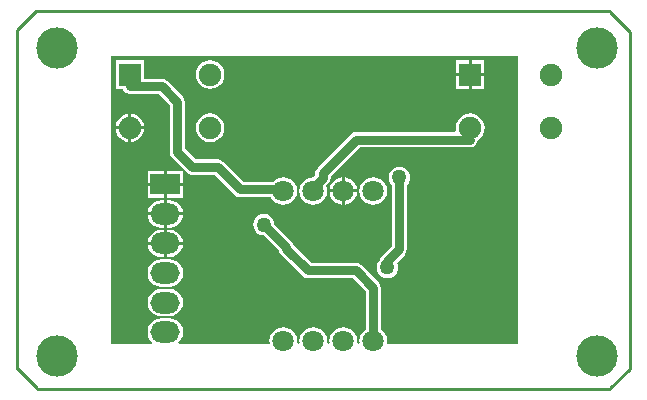
<source format=gbl>
G04*
G04 #@! TF.GenerationSoftware,Altium Limited,Altium Designer,20.0.10 (225)*
G04*
G04 Layer_Physical_Order=2*
G04 Layer_Color=16711680*
%FSLAX24Y24*%
%MOIN*%
G70*
G01*
G75*
%ADD11C,0.0100*%
%ADD27C,0.0300*%
%ADD28C,0.1378*%
%ADD29O,0.0984X0.0709*%
%ADD30R,0.0984X0.0709*%
%ADD31C,0.0709*%
%ADD32R,0.0748X0.0748*%
%ADD33C,0.0748*%
%ADD34C,0.0500*%
G36*
X35750Y11350D02*
X31411D01*
X31378Y11388D01*
X31386Y11450D01*
X31370Y11569D01*
X31324Y11679D01*
X31252Y11774D01*
X31182Y11827D01*
Y13222D01*
X31163Y13320D01*
X31108Y13403D01*
X30530Y13980D01*
X30448Y14036D01*
X30350Y14055D01*
X28856D01*
X28276Y14634D01*
X28269Y14671D01*
X28214Y14754D01*
X27630Y15337D01*
X27620Y15420D01*
X27584Y15505D01*
X27528Y15578D01*
X27455Y15634D01*
X27370Y15670D01*
X27279Y15682D01*
X27187Y15670D01*
X27102Y15634D01*
X27029Y15578D01*
X26973Y15505D01*
X26938Y15420D01*
X26926Y15329D01*
X26938Y15237D01*
X26973Y15152D01*
X27029Y15079D01*
X27102Y15023D01*
X27187Y14988D01*
X27270Y14977D01*
X27791Y14456D01*
X27798Y14419D01*
X27853Y14336D01*
X28570Y13620D01*
X28652Y13564D01*
X28750Y13545D01*
X30244D01*
X30673Y13117D01*
Y11827D01*
X30604Y11774D01*
X30531Y11679D01*
X30485Y11569D01*
X30469Y11450D01*
X30475Y11404D01*
X30439Y11362D01*
X30416D01*
X30380Y11404D01*
X30386Y11450D01*
X30370Y11569D01*
X30324Y11679D01*
X30252Y11774D01*
X30157Y11847D01*
X30046Y11893D01*
X29928Y11908D01*
X29809Y11893D01*
X29698Y11847D01*
X29604Y11774D01*
X29531Y11679D01*
X29485Y11569D01*
X29469Y11450D01*
X29475Y11404D01*
X29439Y11362D01*
X29416D01*
X29380Y11404D01*
X29386Y11450D01*
X29370Y11569D01*
X29324Y11679D01*
X29252Y11774D01*
X29157Y11847D01*
X29046Y11893D01*
X28928Y11908D01*
X28809Y11893D01*
X28698Y11847D01*
X28604Y11774D01*
X28531Y11679D01*
X28485Y11569D01*
X28469Y11450D01*
X28475Y11404D01*
X28439Y11362D01*
X28416D01*
X28380Y11404D01*
X28386Y11450D01*
X28370Y11569D01*
X28324Y11679D01*
X28252Y11774D01*
X28157Y11847D01*
X28046Y11893D01*
X27928Y11908D01*
X27809Y11893D01*
X27698Y11847D01*
X27604Y11774D01*
X27531Y11679D01*
X27485Y11569D01*
X27469Y11450D01*
X27478Y11388D01*
X27445Y11350D01*
X24449D01*
X24432Y11400D01*
X24462Y11423D01*
X24535Y11518D01*
X24580Y11629D01*
X24596Y11747D01*
X24580Y11866D01*
X24535Y11976D01*
X24462Y12071D01*
X24367Y12144D01*
X24256Y12190D01*
X24138Y12205D01*
X23862D01*
X23744Y12190D01*
X23633Y12144D01*
X23538Y12071D01*
X23465Y11976D01*
X23420Y11866D01*
X23404Y11747D01*
X23420Y11629D01*
X23465Y11518D01*
X23538Y11423D01*
X23568Y11400D01*
X23551Y11350D01*
X22200D01*
X22200Y20950D01*
X35750D01*
X35750Y11350D01*
D02*
G37*
%LPC*%
G36*
X34635Y20804D02*
X34211D01*
Y20380D01*
X34635D01*
Y20804D01*
D02*
G37*
G36*
X34111D02*
X33687D01*
Y20380D01*
X34111D01*
Y20804D01*
D02*
G37*
G36*
X34635Y20280D02*
X34211D01*
Y19856D01*
X34635D01*
Y20280D01*
D02*
G37*
G36*
X34111D02*
X33687D01*
Y19856D01*
X34111D01*
Y20280D01*
D02*
G37*
G36*
X25489Y20808D02*
X25365Y20791D01*
X25250Y20744D01*
X25151Y20668D01*
X25075Y20569D01*
X25027Y20453D01*
X25010Y20330D01*
X25027Y20206D01*
X25075Y20090D01*
X25151Y19991D01*
X25250Y19915D01*
X25365Y19868D01*
X25489Y19851D01*
X25612Y19868D01*
X25728Y19915D01*
X25827Y19991D01*
X25903Y20090D01*
X25950Y20206D01*
X25967Y20330D01*
X25950Y20453D01*
X25903Y20569D01*
X25827Y20668D01*
X25728Y20744D01*
X25612Y20791D01*
X25489Y20808D01*
D02*
G37*
G36*
X22861Y19029D02*
Y18608D01*
X23283D01*
X23273Y18682D01*
X23225Y18797D01*
X23149Y18896D01*
X23050Y18972D01*
X22935Y19020D01*
X22861Y19029D01*
D02*
G37*
G36*
X22761D02*
X22688Y19020D01*
X22572Y18972D01*
X22473Y18896D01*
X22397Y18797D01*
X22350Y18682D01*
X22340Y18608D01*
X22761D01*
Y19029D01*
D02*
G37*
G36*
X23283Y18508D02*
X22861D01*
Y18086D01*
X22935Y18096D01*
X23050Y18144D01*
X23149Y18220D01*
X23225Y18319D01*
X23273Y18434D01*
X23283Y18508D01*
D02*
G37*
G36*
X22761D02*
X22340D01*
X22350Y18434D01*
X22397Y18319D01*
X22473Y18220D01*
X22572Y18144D01*
X22688Y18096D01*
X22761Y18086D01*
Y18508D01*
D02*
G37*
G36*
X25489Y19036D02*
X25365Y19020D01*
X25250Y18972D01*
X25151Y18896D01*
X25075Y18797D01*
X25027Y18682D01*
X25010Y18558D01*
X25027Y18434D01*
X25075Y18319D01*
X25151Y18220D01*
X25250Y18144D01*
X25365Y18096D01*
X25489Y18080D01*
X25612Y18096D01*
X25728Y18144D01*
X25827Y18220D01*
X25903Y18319D01*
X25950Y18434D01*
X25967Y18558D01*
X25950Y18682D01*
X25903Y18797D01*
X25827Y18896D01*
X25728Y18972D01*
X25612Y19020D01*
X25489Y19036D01*
D02*
G37*
G36*
X24592Y17123D02*
X24050D01*
Y16718D01*
X24592D01*
Y17123D01*
D02*
G37*
G36*
X23950D02*
X23408D01*
Y16718D01*
X23950D01*
Y17123D01*
D02*
G37*
G36*
X29978Y16902D02*
Y16500D01*
X30379D01*
X30370Y16569D01*
X30324Y16679D01*
X30252Y16774D01*
X30157Y16847D01*
X30046Y16893D01*
X29978Y16902D01*
D02*
G37*
G36*
X29878D02*
X29809Y16893D01*
X29698Y16847D01*
X29604Y16774D01*
X29531Y16679D01*
X29485Y16569D01*
X29476Y16500D01*
X29878D01*
Y16902D01*
D02*
G37*
G36*
X24592Y16618D02*
X24050D01*
Y16214D01*
X24592D01*
Y16618D01*
D02*
G37*
G36*
X23950D02*
X23408D01*
Y16214D01*
X23950D01*
Y16618D01*
D02*
G37*
G36*
X30379Y16400D02*
X29978D01*
Y15998D01*
X30046Y16007D01*
X30157Y16053D01*
X30252Y16126D01*
X30324Y16221D01*
X30370Y16331D01*
X30379Y16400D01*
D02*
G37*
G36*
X29878D02*
X29476D01*
X29485Y16331D01*
X29531Y16221D01*
X29604Y16126D01*
X29698Y16053D01*
X29809Y16007D01*
X29878Y15998D01*
Y16400D01*
D02*
G37*
G36*
X30928Y16908D02*
X30809Y16893D01*
X30698Y16847D01*
X30604Y16774D01*
X30531Y16679D01*
X30485Y16569D01*
X30469Y16450D01*
X30485Y16331D01*
X30531Y16221D01*
X30604Y16126D01*
X30698Y16053D01*
X30809Y16007D01*
X30928Y15992D01*
X31046Y16007D01*
X31157Y16053D01*
X31252Y16126D01*
X31324Y16221D01*
X31370Y16331D01*
X31386Y16450D01*
X31370Y16569D01*
X31324Y16679D01*
X31252Y16774D01*
X31157Y16847D01*
X31046Y16893D01*
X30928Y16908D01*
D02*
G37*
G36*
X34161Y19036D02*
X34038Y19020D01*
X33922Y18972D01*
X33823Y18896D01*
X33747Y18797D01*
X33700Y18682D01*
X33683Y18558D01*
X33695Y18469D01*
X33655Y18419D01*
X30364D01*
X30267Y18400D01*
X30184Y18344D01*
X29070Y17230D01*
X29014Y17148D01*
X28995Y17050D01*
Y16989D01*
X28913Y16906D01*
X28809Y16893D01*
X28698Y16847D01*
X28604Y16774D01*
X28531Y16679D01*
X28485Y16569D01*
X28469Y16450D01*
X28485Y16331D01*
X28531Y16221D01*
X28604Y16126D01*
X28698Y16053D01*
X28809Y16007D01*
X28928Y15992D01*
X29046Y16007D01*
X29157Y16053D01*
X29252Y16126D01*
X29324Y16221D01*
X29370Y16331D01*
X29386Y16450D01*
X29370Y16569D01*
X29348Y16621D01*
X29430Y16703D01*
X29485Y16785D01*
X29505Y16883D01*
Y16944D01*
X30470Y17909D01*
X34161D01*
X34259Y17929D01*
X34342Y17984D01*
X34397Y18067D01*
X34414Y18155D01*
X34499Y18220D01*
X34575Y18319D01*
X34623Y18434D01*
X34640Y18558D01*
X34623Y18682D01*
X34575Y18797D01*
X34499Y18896D01*
X34400Y18972D01*
X34285Y19020D01*
X34161Y19036D01*
D02*
G37*
G36*
X23285Y20804D02*
X22337D01*
Y19856D01*
X22572D01*
X22576Y19838D01*
X22631Y19756D01*
X22714Y19700D01*
X22811Y19681D01*
X23780D01*
X24138Y19323D01*
Y17757D01*
X24157Y17660D01*
X24213Y17577D01*
X24720Y17070D01*
X24802Y17014D01*
X24900Y16995D01*
X25644D01*
X26320Y16320D01*
X26402Y16264D01*
X26500Y16245D01*
X27521D01*
X27531Y16221D01*
X27604Y16126D01*
X27698Y16053D01*
X27809Y16007D01*
X27928Y15992D01*
X28046Y16007D01*
X28157Y16053D01*
X28252Y16126D01*
X28324Y16221D01*
X28370Y16331D01*
X28386Y16450D01*
X28370Y16569D01*
X28324Y16679D01*
X28252Y16774D01*
X28157Y16847D01*
X28046Y16893D01*
X27928Y16908D01*
X27809Y16893D01*
X27698Y16847D01*
X27604Y16774D01*
X27589Y16755D01*
X26606D01*
X25930Y17430D01*
X25848Y17486D01*
X25750Y17505D01*
X25006D01*
X24648Y17863D01*
Y19429D01*
X24628Y19526D01*
X24573Y19609D01*
X24066Y20116D01*
X23983Y20171D01*
X23886Y20191D01*
X23285D01*
Y20804D01*
D02*
G37*
G36*
X24138Y16142D02*
X24050D01*
Y15734D01*
X24589D01*
X24580Y15803D01*
X24535Y15913D01*
X24462Y16008D01*
X24367Y16081D01*
X24256Y16127D01*
X24138Y16142D01*
D02*
G37*
G36*
X23950D02*
X23862D01*
X23744Y16127D01*
X23633Y16081D01*
X23538Y16008D01*
X23465Y15913D01*
X23420Y15803D01*
X23411Y15734D01*
X23950D01*
Y16142D01*
D02*
G37*
G36*
X24589Y15634D02*
X24050D01*
Y15226D01*
X24138D01*
X24256Y15242D01*
X24367Y15287D01*
X24462Y15360D01*
X24535Y15455D01*
X24580Y15566D01*
X24589Y15634D01*
D02*
G37*
G36*
X23950D02*
X23411D01*
X23420Y15566D01*
X23465Y15455D01*
X23538Y15360D01*
X23633Y15287D01*
X23744Y15242D01*
X23862Y15226D01*
X23950D01*
Y15634D01*
D02*
G37*
G36*
X24138Y15158D02*
X24050D01*
Y14750D01*
X24589D01*
X24580Y14819D01*
X24535Y14929D01*
X24462Y15024D01*
X24367Y15097D01*
X24256Y15143D01*
X24138Y15158D01*
D02*
G37*
G36*
X23950D02*
X23862D01*
X23744Y15143D01*
X23633Y15097D01*
X23538Y15024D01*
X23465Y14929D01*
X23420Y14819D01*
X23411Y14750D01*
X23950D01*
Y15158D01*
D02*
G37*
G36*
X24589Y14650D02*
X24050D01*
Y14242D01*
X24138D01*
X24256Y14257D01*
X24367Y14303D01*
X24462Y14376D01*
X24535Y14471D01*
X24580Y14581D01*
X24589Y14650D01*
D02*
G37*
G36*
X23950D02*
X23411D01*
X23420Y14581D01*
X23465Y14471D01*
X23538Y14376D01*
X23633Y14303D01*
X23744Y14257D01*
X23862Y14242D01*
X23950D01*
Y14650D01*
D02*
G37*
G36*
X31800Y17253D02*
X31709Y17241D01*
X31623Y17206D01*
X31550Y17150D01*
X31494Y17077D01*
X31459Y16991D01*
X31447Y16900D01*
X31459Y16809D01*
X31494Y16723D01*
X31545Y16657D01*
Y14606D01*
X31220Y14280D01*
X31165Y14198D01*
X31156Y14154D01*
X31150Y14150D01*
X31094Y14077D01*
X31059Y13991D01*
X31047Y13900D01*
X31059Y13809D01*
X31094Y13723D01*
X31150Y13650D01*
X31223Y13594D01*
X31309Y13559D01*
X31400Y13547D01*
X31491Y13559D01*
X31577Y13594D01*
X31650Y13650D01*
X31706Y13723D01*
X31741Y13809D01*
X31753Y13900D01*
X31741Y13991D01*
X31715Y14054D01*
X31980Y14320D01*
X32036Y14402D01*
X32055Y14500D01*
Y16657D01*
X32106Y16723D01*
X32141Y16809D01*
X32153Y16900D01*
X32141Y16991D01*
X32106Y17077D01*
X32050Y17150D01*
X31977Y17206D01*
X31891Y17241D01*
X31800Y17253D01*
D02*
G37*
G36*
X24138Y14174D02*
X23862D01*
X23744Y14158D01*
X23633Y14113D01*
X23538Y14040D01*
X23465Y13945D01*
X23420Y13834D01*
X23404Y13716D01*
X23420Y13597D01*
X23465Y13487D01*
X23538Y13392D01*
X23633Y13319D01*
X23744Y13273D01*
X23862Y13257D01*
X24138D01*
X24256Y13273D01*
X24367Y13319D01*
X24462Y13392D01*
X24535Y13487D01*
X24580Y13597D01*
X24596Y13716D01*
X24580Y13834D01*
X24535Y13945D01*
X24462Y14040D01*
X24367Y14113D01*
X24256Y14158D01*
X24138Y14174D01*
D02*
G37*
G36*
Y13190D02*
X23862D01*
X23744Y13174D01*
X23633Y13128D01*
X23538Y13056D01*
X23465Y12961D01*
X23420Y12850D01*
X23404Y12731D01*
X23420Y12613D01*
X23465Y12502D01*
X23538Y12407D01*
X23633Y12335D01*
X23744Y12289D01*
X23862Y12273D01*
X24138D01*
X24256Y12289D01*
X24367Y12335D01*
X24462Y12407D01*
X24535Y12502D01*
X24580Y12613D01*
X24596Y12731D01*
X24580Y12850D01*
X24535Y12961D01*
X24462Y13056D01*
X24367Y13128D01*
X24256Y13174D01*
X24138Y13190D01*
D02*
G37*
%LPD*%
D11*
X19050Y10525D02*
Y21800D01*
X19700Y22450D02*
X38808Y22450D01*
X19725Y9850D02*
X38825Y9850D01*
X39500Y10525D02*
Y21750D01*
X38808Y22450D02*
X38825Y22433D01*
Y22425D02*
X39500Y21750D01*
X38825Y9875D02*
X39475Y10525D01*
X19075D02*
X19725Y9875D01*
X19050Y21800D02*
X19700Y22450D01*
X19900D01*
X19700D02*
X19750D01*
D27*
X30364Y18164D02*
X34161D01*
X29250Y17050D02*
X30364Y18164D01*
X28928Y16450D02*
Y16561D01*
X29250Y16883D01*
Y17050D01*
X27878Y16500D02*
X27928Y16450D01*
X26500Y16500D02*
X27878D01*
X24900Y17250D02*
X25750D01*
X26500Y16500D01*
X23886Y19936D02*
X24393Y19429D01*
Y17757D02*
Y19429D01*
Y17757D02*
X24900Y17250D01*
X22811Y19936D02*
X23886D01*
X27279Y15329D02*
X28033Y14574D01*
Y14517D02*
X28750Y13800D01*
X28033Y14517D02*
Y14574D01*
X30928Y11450D02*
Y13222D01*
X30350Y13800D02*
X30928Y13222D01*
X28750Y13800D02*
X30350D01*
X31400Y13900D02*
Y14100D01*
X31800Y14500D02*
Y16900D01*
X31400Y14100D02*
X31800Y14500D01*
D28*
X20400Y21200D02*
D03*
Y10950D02*
D03*
X38400D02*
D03*
Y21200D02*
D03*
D29*
X24000Y12731D02*
D03*
Y11747D02*
D03*
Y13716D02*
D03*
Y14700D02*
D03*
Y15684D02*
D03*
D30*
Y16668D02*
D03*
D31*
X27928Y16450D02*
D03*
X28928D02*
D03*
X29928D02*
D03*
X30928D02*
D03*
X27928Y11450D02*
D03*
X28928D02*
D03*
X29928D02*
D03*
X30928D02*
D03*
D32*
X22811Y20330D02*
D03*
X34161D02*
D03*
D33*
X22811Y18558D02*
D03*
X25489D02*
D03*
Y20330D02*
D03*
X34161Y18558D02*
D03*
X36839D02*
D03*
Y20330D02*
D03*
D34*
X27279Y15329D02*
D03*
X31400Y13900D02*
D03*
X31800Y16900D02*
D03*
M02*

</source>
